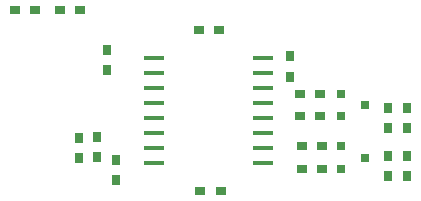
<source format=gbr>
G04 DipTrace 2.4.0.2*
%INTopPaste.gbr*%
%MOIN*%
%ADD31R,0.0707X0.0156*%
%ADD37R,0.0314X0.0255*%
%ADD39R,0.0353X0.0314*%
%ADD41R,0.0314X0.0353*%
%FSLAX44Y44*%
G04*
G70*
G90*
G75*
G01*
%LNTopPaste*%
%LPD*%
D41*
X18754Y4940D3*
Y5609D3*
Y6565D3*
Y7235D3*
X14879Y8941D3*
Y8271D3*
X9066Y5503D3*
Y4833D3*
D39*
X7190Y10503D3*
X7860D3*
D37*
X16566Y5940D3*
Y5192D3*
X17347Y5566D3*
X16566Y7690D3*
Y6942D3*
X17347Y7316D3*
D41*
X8440Y5583D3*
Y6253D3*
D39*
X11878Y4440D3*
X12548D3*
D41*
X8753Y8503D3*
Y9172D3*
D39*
X11816Y9816D3*
X12485D3*
X15879Y6940D3*
X15209D3*
D41*
X18129Y4940D3*
Y5609D3*
Y6565D3*
Y7235D3*
D39*
X15879Y7690D3*
X15209D3*
X15941Y5940D3*
X15272D3*
X15941Y5190D3*
X15272D3*
D41*
X7815Y5565D3*
Y6234D3*
D39*
X6378Y10503D3*
X5708D3*
D31*
X10316Y8878D3*
Y8378D3*
Y7878D3*
Y7378D3*
Y6878D3*
Y6378D3*
Y5878D3*
Y5378D3*
X13977D3*
Y5878D3*
Y6378D3*
Y6878D3*
Y7378D3*
Y7878D3*
Y8378D3*
Y8878D3*
M02*

</source>
